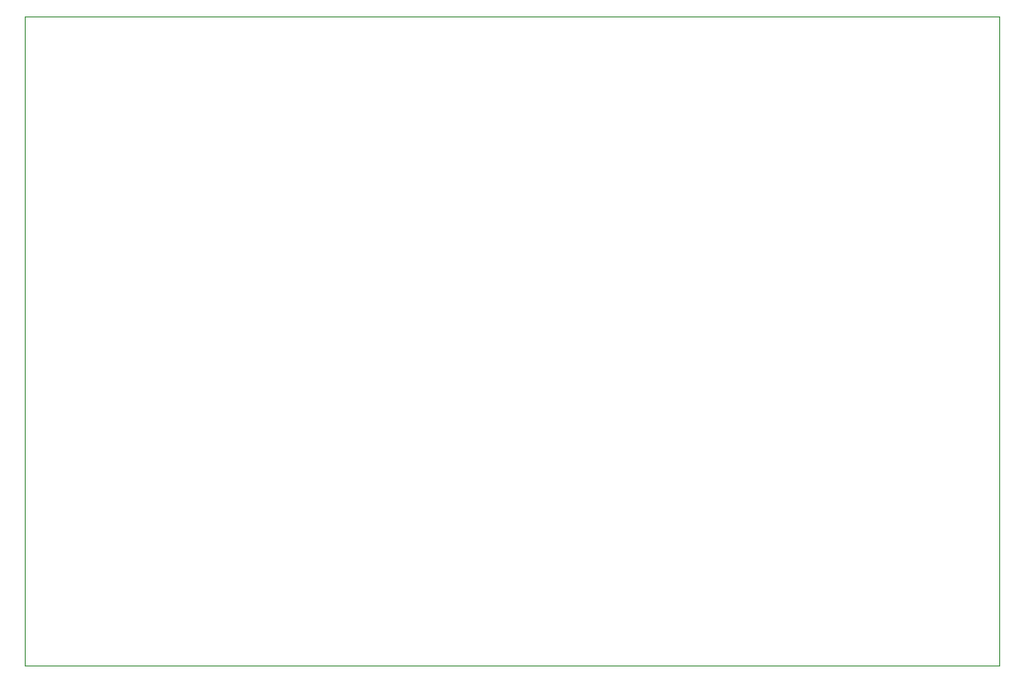
<source format=gm1>
G04 #@! TF.GenerationSoftware,KiCad,Pcbnew,(5.1.12)-1*
G04 #@! TF.CreationDate,2021-12-17T11:46:06+01:00*
G04 #@! TF.ProjectId,eth_phy_KSZ8041MLL_mezzanine,6574685f-7068-4795-9f4b-535a38303431,rev?*
G04 #@! TF.SameCoordinates,Original*
G04 #@! TF.FileFunction,Profile,NP*
%FSLAX46Y46*%
G04 Gerber Fmt 4.6, Leading zero omitted, Abs format (unit mm)*
G04 Created by KiCad (PCBNEW (5.1.12)-1) date 2021-12-17 11:46:06*
%MOMM*%
%LPD*%
G01*
G04 APERTURE LIST*
G04 #@! TA.AperFunction,Profile*
%ADD10C,0.050000*%
G04 #@! TD*
G04 APERTURE END LIST*
D10*
X90220000Y-74723600D02*
X180220000Y-74723600D01*
X180220000Y-74723600D02*
X180220000Y-134723600D01*
X90220000Y-134723600D02*
X90220000Y-74723600D01*
X180220000Y-134723600D02*
X90220000Y-134723600D01*
M02*

</source>
